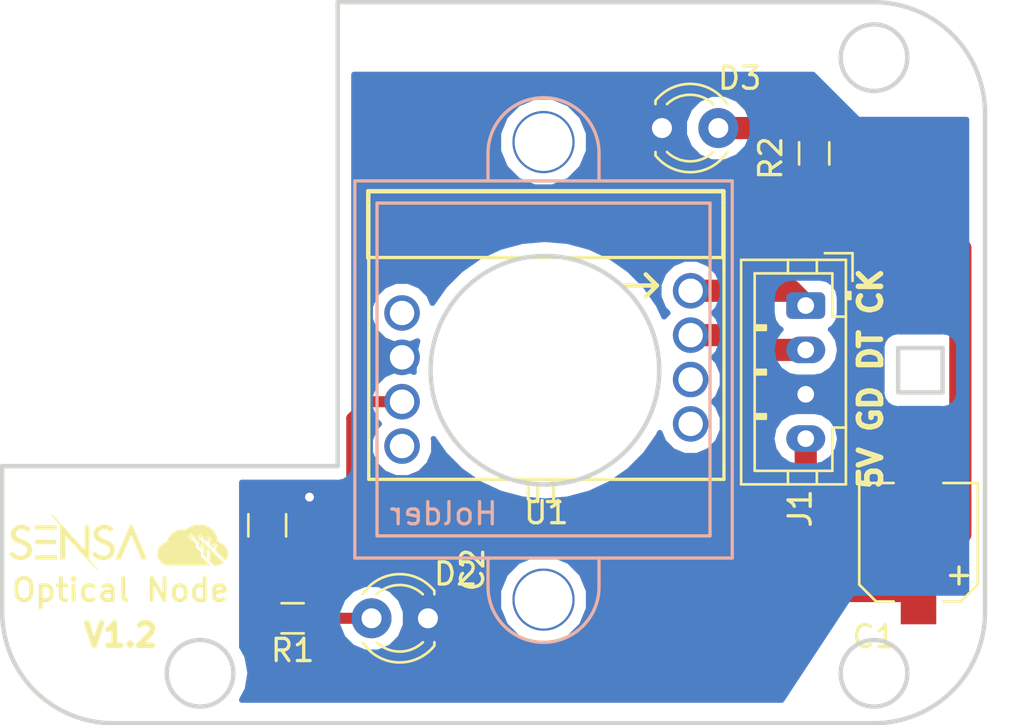
<source format=kicad_pcb>
(kicad_pcb (version 20171130) (host pcbnew "(6.0.0-rc1-dev-1469-gd619da17c)")

  (general
    (thickness 1.6)
    (drawings 30)
    (tracks 38)
    (zones 0)
    (modules 11)
    (nets 11)
  )

  (page A4)
  (layers
    (0 F.Cu signal)
    (31 B.Cu signal)
    (32 B.Adhes user)
    (33 F.Adhes user)
    (34 B.Paste user)
    (35 F.Paste user)
    (36 B.SilkS user)
    (37 F.SilkS user)
    (38 B.Mask user hide)
    (39 F.Mask user)
    (40 Dwgs.User user)
    (41 Cmts.User user)
    (42 Eco1.User user)
    (43 Eco2.User user hide)
    (44 Edge.Cuts user)
    (45 Margin user)
    (46 B.CrtYd user hide)
    (47 F.CrtYd user hide)
    (48 B.Fab user)
    (49 F.Fab user hide)
  )

  (setup
    (last_trace_width 1)
    (user_trace_width 0.5)
    (user_trace_width 0.8)
    (user_trace_width 1)
    (user_trace_width 1.5)
    (trace_clearance 0.2)
    (zone_clearance 0.508)
    (zone_45_only no)
    (trace_min 0.2)
    (via_size 0.6)
    (via_drill 0.4)
    (via_min_size 0.4)
    (via_min_drill 0.3)
    (uvia_size 0.3)
    (uvia_drill 0.1)
    (uvias_allowed no)
    (uvia_min_size 0.2)
    (uvia_min_drill 0.1)
    (edge_width 0.15)
    (segment_width 0.2)
    (pcb_text_width 0.3)
    (pcb_text_size 1.5 1.5)
    (mod_edge_width 0.15)
    (mod_text_size 1 1)
    (mod_text_width 0.15)
    (pad_size 2.8 2.8)
    (pad_drill 2.4)
    (pad_to_mask_clearance 0.2)
    (solder_mask_min_width 0.25)
    (aux_axis_origin 0 0)
    (grid_origin 0 0.5)
    (visible_elements FFFEEF7F)
    (pcbplotparams
      (layerselection 0x00030_80000001)
      (usegerberextensions false)
      (usegerberattributes false)
      (usegerberadvancedattributes false)
      (creategerberjobfile false)
      (excludeedgelayer true)
      (linewidth 0.100000)
      (plotframeref false)
      (viasonmask false)
      (mode 1)
      (useauxorigin false)
      (hpglpennumber 1)
      (hpglpenspeed 20)
      (hpglpendiameter 15.000000)
      (psnegative false)
      (psa4output false)
      (plotreference true)
      (plotvalue true)
      (plotinvisibletext false)
      (padsonsilk false)
      (subtractmaskfromsilk false)
      (outputformat 1)
      (mirror false)
      (drillshape 1)
      (scaleselection 1)
      (outputdirectory ""))
  )

  (net 0 "")
  (net 1 "Net-(D2-Pad2)")
  (net 2 "Net-(D3-Pad2)")
  (net 3 GND)
  (net 4 VCC)
  (net 5 "Net-(J1-Pad1)")
  (net 6 "Net-(J1-Pad2)")
  (net 7 "Net-(U1-Pad8)")
  (net 8 "Net-(U1-Pad5)")
  (net 9 "Net-(U1-Pad1)")
  (net 10 "Net-(U1-Pad2)")

  (net_class Default "This is the default net class."
    (clearance 0.2)
    (trace_width 0.25)
    (via_dia 0.6)
    (via_drill 0.4)
    (uvia_dia 0.3)
    (uvia_drill 0.1)
    (add_net GND)
    (add_net "Net-(D2-Pad2)")
    (add_net "Net-(D3-Pad2)")
    (add_net "Net-(J1-Pad1)")
    (add_net "Net-(J1-Pad2)")
    (add_net "Net-(U1-Pad1)")
    (add_net "Net-(U1-Pad2)")
    (add_net "Net-(U1-Pad5)")
    (add_net "Net-(U1-Pad8)")
    (add_net VCC)
  )

  (module Capacitors_SMD:CP_Elec_5x5.7 (layer F.Cu) (tedit 58AA8AEF) (tstamp 5B7E79B1)
    (at 251.206 80.256 90)
    (descr "SMT capacitor, aluminium electrolytic, 5x5.7")
    (path /5B7D2D3E)
    (attr smd)
    (fp_text reference C1 (at -4.25 -2 180) (layer F.SilkS)
      (effects (font (size 1 1) (thickness 0.15)))
    )
    (fp_text value "25V 10uf" (at 0 -3.92 90) (layer F.Fab)
      (effects (font (size 1 1) (thickness 0.15)))
    )
    (fp_line (start 3.95 2.76) (end -3.95 2.76) (layer F.CrtYd) (width 0.05))
    (fp_line (start 3.95 2.76) (end 3.95 -2.77) (layer F.CrtYd) (width 0.05))
    (fp_line (start -3.95 -2.77) (end -3.95 2.76) (layer F.CrtYd) (width 0.05))
    (fp_line (start -3.95 -2.77) (end 3.95 -2.77) (layer F.CrtYd) (width 0.05))
    (fp_line (start -1.91 2.67) (end 2.67 2.67) (layer F.SilkS) (width 0.12))
    (fp_line (start -2.67 1.91) (end -1.91 2.67) (layer F.SilkS) (width 0.12))
    (fp_line (start -1.91 -2.67) (end -2.67 -1.91) (layer F.SilkS) (width 0.12))
    (fp_line (start 2.67 -2.67) (end -1.91 -2.67) (layer F.SilkS) (width 0.12))
    (fp_line (start -2.67 1.91) (end -2.67 1.12) (layer F.SilkS) (width 0.12))
    (fp_line (start -2.67 -1.91) (end -2.67 -1.12) (layer F.SilkS) (width 0.12))
    (fp_line (start 2.67 -2.67) (end 2.67 -1.12) (layer F.SilkS) (width 0.12))
    (fp_line (start 2.67 2.67) (end 2.67 1.12) (layer F.SilkS) (width 0.12))
    (fp_line (start 2.51 -2.51) (end -1.84 -2.51) (layer F.Fab) (width 0.1))
    (fp_line (start -1.84 -2.51) (end -2.51 -1.84) (layer F.Fab) (width 0.1))
    (fp_line (start -2.51 -1.84) (end -2.51 1.84) (layer F.Fab) (width 0.1))
    (fp_line (start -2.51 1.84) (end -1.84 2.51) (layer F.Fab) (width 0.1))
    (fp_line (start -1.84 2.51) (end 2.51 2.51) (layer F.Fab) (width 0.1))
    (fp_line (start 2.51 2.51) (end 2.51 -2.51) (layer F.Fab) (width 0.1))
    (fp_text user %R (at 0 3.92 90) (layer F.Fab)
      (effects (font (size 1 1) (thickness 0.15)))
    )
    (fp_text user + (at -1.5 1.75 90) (layer F.SilkS)
      (effects (font (size 1 1) (thickness 0.15)))
    )
    (fp_text user + (at -1.4 -0.06 90) (layer F.Fab)
      (effects (font (size 1 1) (thickness 0.15)))
    )
    (fp_circle (center 0 0) (end 0 2.4) (layer F.Fab) (width 0.1))
    (pad 2 smd rect (at 2.2 0 270) (size 3 1.6) (layers F.Cu F.Paste F.Mask)
      (net 3 GND))
    (pad 1 smd rect (at -2.2 0 270) (size 3 1.6) (layers F.Cu F.Paste F.Mask)
      (net 4 VCC))
    (model Capacitors_SMD.3dshapes/CP_Elec_5x5.7.wrl
      (at (xyz 0 0 0))
      (scale (xyz 1 1 1))
      (rotate (xyz 0 0 180))
    )
    (model ${KISYS3DMOD}/Capacitor_SMD.3dshapes/CP_Elec_5x5.7.step
      (at (xyz 0 0 0))
      (scale (xyz 1 1 1))
      (rotate (xyz 0 0 0))
    )
  )

  (module Capacitors_SMD:C_0805_HandSoldering (layer F.Cu) (tedit 58AA84A8) (tstamp 5B7E79C2)
    (at 221.869 79.494 90)
    (descr "Capacitor SMD 0805, hand soldering")
    (tags "capacitor 0805")
    (path /5B7D2E0A)
    (attr smd)
    (fp_text reference C2 (at -2 9.25 90) (layer F.SilkS)
      (effects (font (size 1 1) (thickness 0.15)))
    )
    (fp_text value "25V 10uf" (at 0 1.75 90) (layer F.Fab)
      (effects (font (size 1 1) (thickness 0.15)))
    )
    (fp_line (start 2.25 0.87) (end -2.25 0.87) (layer F.CrtYd) (width 0.05))
    (fp_line (start 2.25 0.87) (end 2.25 -0.88) (layer F.CrtYd) (width 0.05))
    (fp_line (start -2.25 -0.88) (end -2.25 0.87) (layer F.CrtYd) (width 0.05))
    (fp_line (start -2.25 -0.88) (end 2.25 -0.88) (layer F.CrtYd) (width 0.05))
    (fp_line (start -0.5 0.85) (end 0.5 0.85) (layer F.SilkS) (width 0.12))
    (fp_line (start 0.5 -0.85) (end -0.5 -0.85) (layer F.SilkS) (width 0.12))
    (fp_line (start -1 -0.62) (end 1 -0.62) (layer F.Fab) (width 0.1))
    (fp_line (start 1 -0.62) (end 1 0.62) (layer F.Fab) (width 0.1))
    (fp_line (start 1 0.62) (end -1 0.62) (layer F.Fab) (width 0.1))
    (fp_line (start -1 0.62) (end -1 -0.62) (layer F.Fab) (width 0.1))
    (fp_text user %R (at 0 -1.75 90) (layer F.Fab)
      (effects (font (size 1 1) (thickness 0.15)))
    )
    (pad 2 smd rect (at 1.25 0 90) (size 1.5 1.25) (layers F.Cu F.Paste F.Mask)
      (net 3 GND))
    (pad 1 smd rect (at -1.25 0 90) (size 1.5 1.25) (layers F.Cu F.Paste F.Mask)
      (net 4 VCC))
    (model Capacitors_SMD.3dshapes/C_0805.wrl
      (at (xyz 0 0 0))
      (scale (xyz 1 1 1))
      (rotate (xyz 0 0 0))
    )
    (model ${KISYS3DMOD}/Capacitor_SMD.3dshapes/C_0805_2012Metric.step
      (at (xyz 0 0 0))
      (scale (xyz 1 1 1))
      (rotate (xyz 0 0 0))
    )
  )

  (module LEDs:LED_D3.0mm (layer F.Cu) (tedit 587A3A7B) (tstamp 5B7E79ED)
    (at 229.108 83.685 180)
    (descr "LED, diameter 3.0mm, 2 pins")
    (tags "LED diameter 3.0mm 2 pins")
    (path /5B7DE4BF)
    (fp_text reference D2 (at -1.25 2 180) (layer F.SilkS)
      (effects (font (size 1 1) (thickness 0.15)))
    )
    (fp_text value LED (at 1.27 2.96 180) (layer F.Fab)
      (effects (font (size 1 1) (thickness 0.15)))
    )
    (fp_line (start 3.7 -2.25) (end -1.15 -2.25) (layer F.CrtYd) (width 0.05))
    (fp_line (start 3.7 2.25) (end 3.7 -2.25) (layer F.CrtYd) (width 0.05))
    (fp_line (start -1.15 2.25) (end 3.7 2.25) (layer F.CrtYd) (width 0.05))
    (fp_line (start -1.15 -2.25) (end -1.15 2.25) (layer F.CrtYd) (width 0.05))
    (fp_line (start -0.29 1.08) (end -0.29 1.236) (layer F.SilkS) (width 0.12))
    (fp_line (start -0.29 -1.236) (end -0.29 -1.08) (layer F.SilkS) (width 0.12))
    (fp_line (start -0.23 -1.16619) (end -0.23 1.16619) (layer F.Fab) (width 0.1))
    (fp_circle (center 1.27 0) (end 2.77 0) (layer F.Fab) (width 0.1))
    (fp_arc (start 1.27 0) (end 0.229039 1.08) (angle -87.9) (layer F.SilkS) (width 0.12))
    (fp_arc (start 1.27 0) (end 0.229039 -1.08) (angle 87.9) (layer F.SilkS) (width 0.12))
    (fp_arc (start 1.27 0) (end -0.29 1.235516) (angle -108.8) (layer F.SilkS) (width 0.12))
    (fp_arc (start 1.27 0) (end -0.29 -1.235516) (angle 108.8) (layer F.SilkS) (width 0.12))
    (fp_arc (start 1.27 0) (end -0.23 -1.16619) (angle 284.3) (layer F.Fab) (width 0.1))
    (pad 2 thru_hole circle (at 2.54 0 180) (size 1.8 1.8) (drill 0.9) (layers *.Cu *.Mask)
      (net 1 "Net-(D2-Pad2)"))
    (pad 1 thru_hole rect (at 0 0 180) (size 1.8 1.8) (drill 0.9) (layers *.Cu *.Mask)
      (net 3 GND))
  )

  (module LEDs:LED_D3.0mm (layer F.Cu) (tedit 5B7E7E41) (tstamp 5B7E8795)
    (at 239.649 61.587)
    (descr "LED, diameter 3.0mm, 2 pins")
    (tags "LED diameter 3.0mm 2 pins")
    (path /5B7DE537)
    (fp_text reference D3 (at 3.5 -2.25) (layer F.SilkS)
      (effects (font (size 1 1) (thickness 0.15)))
    )
    (fp_text value LED (at 1.27 2.96) (layer F.Fab)
      (effects (font (size 1 1) (thickness 0.15)))
    )
    (fp_arc (start 1.27 0) (end -0.23 -1.16619) (angle 284.3) (layer F.Fab) (width 0.1))
    (fp_arc (start 1.27 0) (end -0.29 -1.235516) (angle 108.8) (layer F.SilkS) (width 0.12))
    (fp_arc (start 1.27 0) (end -0.29 1.235516) (angle -108.8) (layer F.SilkS) (width 0.12))
    (fp_arc (start 1.27 0) (end 0.229039 -1.08) (angle 87.9) (layer F.SilkS) (width 0.12))
    (fp_arc (start 1.27 0) (end 0.229039 1.08) (angle -87.9) (layer F.SilkS) (width 0.12))
    (fp_circle (center 1.27 0) (end 2.77 0) (layer F.Fab) (width 0.1))
    (fp_line (start -0.23 -1.16619) (end -0.23 1.16619) (layer F.Fab) (width 0.1))
    (fp_line (start -0.29 -1.236) (end -0.29 -1.08) (layer F.SilkS) (width 0.12))
    (fp_line (start -0.29 1.08) (end -0.29 1.236) (layer F.SilkS) (width 0.12))
    (fp_line (start -1.15 -2.25) (end -1.15 2.25) (layer F.CrtYd) (width 0.05))
    (fp_line (start -1.15 2.25) (end 3.7 2.25) (layer F.CrtYd) (width 0.05))
    (fp_line (start 3.7 2.25) (end 3.7 -2.25) (layer F.CrtYd) (width 0.05))
    (fp_line (start 3.7 -2.25) (end -1.15 -2.25) (layer F.CrtYd) (width 0.05))
    (pad 1 thru_hole rect (at 0 0) (size 1.8 1.8) (drill 0.9) (layers *.Cu *.Mask)
      (net 3 GND))
    (pad 2 thru_hole circle (at 2.54 0) (size 1.8 1.8) (drill 0.9) (layers *.Cu *.Mask)
      (net 2 "Net-(D3-Pad2)"))
  )

  (module Resistors_SMD:R_0603_HandSoldering (layer F.Cu) (tedit 58E0A804) (tstamp 5B7E7A11)
    (at 223.012 83.685 180)
    (descr "Resistor SMD 0603, hand soldering")
    (tags "resistor 0603")
    (path /5B7DE112)
    (attr smd)
    (fp_text reference R1 (at 0 -1.45 180) (layer F.SilkS)
      (effects (font (size 1 1) (thickness 0.15)))
    )
    (fp_text value 220R (at 0 1.55 180) (layer F.Fab)
      (effects (font (size 1 1) (thickness 0.15)))
    )
    (fp_line (start 1.95 0.7) (end -1.96 0.7) (layer F.CrtYd) (width 0.05))
    (fp_line (start 1.95 0.7) (end 1.95 -0.7) (layer F.CrtYd) (width 0.05))
    (fp_line (start -1.96 -0.7) (end -1.96 0.7) (layer F.CrtYd) (width 0.05))
    (fp_line (start -1.96 -0.7) (end 1.95 -0.7) (layer F.CrtYd) (width 0.05))
    (fp_line (start -0.5 -0.68) (end 0.5 -0.68) (layer F.SilkS) (width 0.12))
    (fp_line (start 0.5 0.68) (end -0.5 0.68) (layer F.SilkS) (width 0.12))
    (fp_line (start -0.8 -0.4) (end 0.8 -0.4) (layer F.Fab) (width 0.1))
    (fp_line (start 0.8 -0.4) (end 0.8 0.4) (layer F.Fab) (width 0.1))
    (fp_line (start 0.8 0.4) (end -0.8 0.4) (layer F.Fab) (width 0.1))
    (fp_line (start -0.8 0.4) (end -0.8 -0.4) (layer F.Fab) (width 0.1))
    (fp_text user %R (at 0 0 180) (layer F.Fab)
      (effects (font (size 0.4 0.4) (thickness 0.075)))
    )
    (pad 2 smd rect (at 1.1 0 180) (size 1.2 0.9) (layers F.Cu F.Paste F.Mask)
      (net 4 VCC))
    (pad 1 smd rect (at -1.1 0 180) (size 1.2 0.9) (layers F.Cu F.Paste F.Mask)
      (net 1 "Net-(D2-Pad2)"))
    (model ${KISYS3DMOD}/Resistors_SMD.3dshapes/R_0603.wrl
      (at (xyz 0 0 0))
      (scale (xyz 1 1 1))
      (rotate (xyz 0 0 0))
    )
    (model ${KISYS3DMOD}/Resistor_SMD.3dshapes/R_0603_1608Metric.step
      (at (xyz 0 0 0))
      (scale (xyz 1 1 1))
      (rotate (xyz 0 0 0))
    )
  )

  (module Resistors_SMD:R_0603_HandSoldering (layer F.Cu) (tedit 58E0A804) (tstamp 5B7E7A22)
    (at 246.507 62.73 270)
    (descr "Resistor SMD 0603, hand soldering")
    (tags "resistor 0603")
    (path /5B7DE296)
    (attr smd)
    (fp_text reference R2 (at 0.214999 1.959999 270) (layer F.SilkS)
      (effects (font (size 1 1) (thickness 0.15)))
    )
    (fp_text value 220R (at 0 1.55 270) (layer F.Fab)
      (effects (font (size 1 1) (thickness 0.15)))
    )
    (fp_text user %R (at 0 0 270) (layer F.Fab)
      (effects (font (size 0.4 0.4) (thickness 0.075)))
    )
    (fp_line (start -0.8 0.4) (end -0.8 -0.4) (layer F.Fab) (width 0.1))
    (fp_line (start 0.8 0.4) (end -0.8 0.4) (layer F.Fab) (width 0.1))
    (fp_line (start 0.8 -0.4) (end 0.8 0.4) (layer F.Fab) (width 0.1))
    (fp_line (start -0.8 -0.4) (end 0.8 -0.4) (layer F.Fab) (width 0.1))
    (fp_line (start 0.5 0.68) (end -0.5 0.68) (layer F.SilkS) (width 0.12))
    (fp_line (start -0.5 -0.68) (end 0.5 -0.68) (layer F.SilkS) (width 0.12))
    (fp_line (start -1.96 -0.7) (end 1.95 -0.7) (layer F.CrtYd) (width 0.05))
    (fp_line (start -1.96 -0.7) (end -1.96 0.7) (layer F.CrtYd) (width 0.05))
    (fp_line (start 1.95 0.7) (end 1.95 -0.7) (layer F.CrtYd) (width 0.05))
    (fp_line (start 1.95 0.7) (end -1.96 0.7) (layer F.CrtYd) (width 0.05))
    (pad 1 smd rect (at -1.1 0 270) (size 1.2 0.9) (layers F.Cu F.Paste F.Mask)
      (net 2 "Net-(D3-Pad2)"))
    (pad 2 smd rect (at 1.1 0 270) (size 1.2 0.9) (layers F.Cu F.Paste F.Mask)
      (net 4 VCC))
    (model ${KISYS3DMOD}/Resistors_SMD.3dshapes/R_0603.wrl
      (at (xyz 0 0 0))
      (scale (xyz 1 1 1))
      (rotate (xyz 0 0 0))
    )
  )

  (module Connector_JST:JST_PH_B4B-PH-K_1x04_P2.00mm_Vertical (layer F.Cu) (tedit 5B7745C2) (tstamp 5C8987FF)
    (at 246.126 69.588 270)
    (descr "JST PH series connector, B4B-PH-K (http://www.jst-mfg.com/product/pdf/eng/ePH.pdf), generated with kicad-footprint-generator")
    (tags "connector JST PH side entry")
    (path /5C896D05)
    (fp_text reference J1 (at 9.144 0.254 270) (layer F.SilkS)
      (effects (font (size 1 1) (thickness 0.15)))
    )
    (fp_text value Conn_01x04 (at 3 4 270) (layer F.Fab)
      (effects (font (size 1 1) (thickness 0.15)))
    )
    (fp_line (start -2.06 -1.81) (end -2.06 2.91) (layer F.SilkS) (width 0.12))
    (fp_line (start -2.06 2.91) (end 8.06 2.91) (layer F.SilkS) (width 0.12))
    (fp_line (start 8.06 2.91) (end 8.06 -1.81) (layer F.SilkS) (width 0.12))
    (fp_line (start 8.06 -1.81) (end -2.06 -1.81) (layer F.SilkS) (width 0.12))
    (fp_line (start -0.3 -1.81) (end -0.3 -2.01) (layer F.SilkS) (width 0.12))
    (fp_line (start -0.3 -2.01) (end -0.6 -2.01) (layer F.SilkS) (width 0.12))
    (fp_line (start -0.6 -2.01) (end -0.6 -1.81) (layer F.SilkS) (width 0.12))
    (fp_line (start -0.3 -1.91) (end -0.6 -1.91) (layer F.SilkS) (width 0.12))
    (fp_line (start 0.5 -1.81) (end 0.5 -1.2) (layer F.SilkS) (width 0.12))
    (fp_line (start 0.5 -1.2) (end -1.45 -1.2) (layer F.SilkS) (width 0.12))
    (fp_line (start -1.45 -1.2) (end -1.45 2.3) (layer F.SilkS) (width 0.12))
    (fp_line (start -1.45 2.3) (end 7.45 2.3) (layer F.SilkS) (width 0.12))
    (fp_line (start 7.45 2.3) (end 7.45 -1.2) (layer F.SilkS) (width 0.12))
    (fp_line (start 7.45 -1.2) (end 5.5 -1.2) (layer F.SilkS) (width 0.12))
    (fp_line (start 5.5 -1.2) (end 5.5 -1.81) (layer F.SilkS) (width 0.12))
    (fp_line (start -2.06 -0.5) (end -1.45 -0.5) (layer F.SilkS) (width 0.12))
    (fp_line (start -2.06 0.8) (end -1.45 0.8) (layer F.SilkS) (width 0.12))
    (fp_line (start 8.06 -0.5) (end 7.45 -0.5) (layer F.SilkS) (width 0.12))
    (fp_line (start 8.06 0.8) (end 7.45 0.8) (layer F.SilkS) (width 0.12))
    (fp_line (start 0.9 2.3) (end 0.9 1.8) (layer F.SilkS) (width 0.12))
    (fp_line (start 0.9 1.8) (end 1.1 1.8) (layer F.SilkS) (width 0.12))
    (fp_line (start 1.1 1.8) (end 1.1 2.3) (layer F.SilkS) (width 0.12))
    (fp_line (start 1 2.3) (end 1 1.8) (layer F.SilkS) (width 0.12))
    (fp_line (start 2.9 2.3) (end 2.9 1.8) (layer F.SilkS) (width 0.12))
    (fp_line (start 2.9 1.8) (end 3.1 1.8) (layer F.SilkS) (width 0.12))
    (fp_line (start 3.1 1.8) (end 3.1 2.3) (layer F.SilkS) (width 0.12))
    (fp_line (start 3 2.3) (end 3 1.8) (layer F.SilkS) (width 0.12))
    (fp_line (start 4.9 2.3) (end 4.9 1.8) (layer F.SilkS) (width 0.12))
    (fp_line (start 4.9 1.8) (end 5.1 1.8) (layer F.SilkS) (width 0.12))
    (fp_line (start 5.1 1.8) (end 5.1 2.3) (layer F.SilkS) (width 0.12))
    (fp_line (start 5 2.3) (end 5 1.8) (layer F.SilkS) (width 0.12))
    (fp_line (start -1.11 -2.11) (end -2.36 -2.11) (layer F.SilkS) (width 0.12))
    (fp_line (start -2.36 -2.11) (end -2.36 -0.86) (layer F.SilkS) (width 0.12))
    (fp_line (start -1.11 -2.11) (end -2.36 -2.11) (layer F.Fab) (width 0.1))
    (fp_line (start -2.36 -2.11) (end -2.36 -0.86) (layer F.Fab) (width 0.1))
    (fp_line (start -1.95 -1.7) (end -1.95 2.8) (layer F.Fab) (width 0.1))
    (fp_line (start -1.95 2.8) (end 7.95 2.8) (layer F.Fab) (width 0.1))
    (fp_line (start 7.95 2.8) (end 7.95 -1.7) (layer F.Fab) (width 0.1))
    (fp_line (start 7.95 -1.7) (end -1.95 -1.7) (layer F.Fab) (width 0.1))
    (fp_line (start -2.45 -2.2) (end -2.45 3.3) (layer F.CrtYd) (width 0.05))
    (fp_line (start -2.45 3.3) (end 8.45 3.3) (layer F.CrtYd) (width 0.05))
    (fp_line (start 8.45 3.3) (end 8.45 -2.2) (layer F.CrtYd) (width 0.05))
    (fp_line (start 8.45 -2.2) (end -2.45 -2.2) (layer F.CrtYd) (width 0.05))
    (fp_text user %R (at 3 1.5 270) (layer F.Fab)
      (effects (font (size 1 1) (thickness 0.15)))
    )
    (pad 1 thru_hole roundrect (at 0 0 270) (size 1.2 1.75) (drill 0.75) (layers *.Cu *.Mask) (roundrect_rratio 0.208333)
      (net 5 "Net-(J1-Pad1)"))
    (pad 2 thru_hole oval (at 2 0 270) (size 1.2 1.75) (drill 0.75) (layers *.Cu *.Mask)
      (net 6 "Net-(J1-Pad2)"))
    (pad 3 thru_hole oval (at 4 0 270) (size 1.2 1.75) (drill 0.75) (layers *.Cu *.Mask)
      (net 3 GND))
    (pad 4 thru_hole oval (at 6 0 270) (size 1.2 1.75) (drill 0.75) (layers *.Cu *.Mask)
      (net 4 VCC))
    (model ${KISYS3DMOD}/Connector_JST.3dshapes/JST_PH_B4B-PH-K_1x04_P2.00mm_Vertical.wrl
      (at (xyz 0 0 0))
      (scale (xyz 1 1 1))
      (rotate (xyz 0 0 0))
    )
  )

  (module pcb_v1:Holder (layer F.Cu) (tedit 5B7C5DC2) (tstamp 5C898835)
    (at 234.315 69.969)
    (path /5C895DAC)
    (fp_text reference u1 (at 0 8) (layer F.SilkS)
      (effects (font (size 1 1) (thickness 0.15)))
    )
    (fp_text value Holder (at -4.5 9) (layer B.SilkS)
      (effects (font (size 1 1) (thickness 0.15)) (justify mirror))
    )
    (fp_arc (start 0 12.3) (end 2.5 12.3) (angle 90) (layer B.SilkS) (width 0.15))
    (fp_arc (start 0 12.3) (end 0 14.8) (angle 90) (layer B.SilkS) (width 0.15))
    (fp_arc (start 0 -7.25) (end -2.5 -7.25) (angle 90) (layer B.SilkS) (width 0.15))
    (fp_arc (start 0 -7.25) (end 0 -9.75) (angle 90) (layer B.SilkS) (width 0.15))
    (fp_line (start -7.5 -5) (end 7.5 -5) (layer B.SilkS) (width 0.15))
    (fp_line (start 7.5 -5) (end 7.5 10) (layer B.SilkS) (width 0.15))
    (fp_line (start 7.5 10) (end -7.5 10) (layer B.SilkS) (width 0.15))
    (fp_line (start -7.5 10) (end -7.5 -5) (layer B.SilkS) (width 0.15))
    (fp_line (start 8.5 11) (end 8.5 -6) (layer B.SilkS) (width 0.15))
    (fp_line (start 8.5 -6) (end -8.5 -6) (layer B.SilkS) (width 0.15))
    (fp_line (start -8.5 -6) (end -8.5 11) (layer B.SilkS) (width 0.15))
    (fp_line (start -8.5 11) (end 8.5 11) (layer B.SilkS) (width 0.15))
    (fp_line (start 2.5 11) (end 2.5 12) (layer B.SilkS) (width 0.15))
    (fp_line (start -2.5 11) (end -2.5 12) (layer B.SilkS) (width 0.15))
    (fp_line (start 2.5 -6) (end 2.5 -7) (layer B.SilkS) (width 0.15))
    (fp_line (start -2.5 -6) (end -2.5 -7) (layer B.SilkS) (width 0.15))
    (fp_line (start 2.5 12.25) (end 2.5 12) (layer B.SilkS) (width 0.15))
    (fp_line (start -2.5 12.25) (end -2.5 12) (layer B.SilkS) (width 0.15))
    (fp_line (start -2.5 -7.25) (end -2.5 -7) (layer B.SilkS) (width 0.15))
    (fp_line (start 2.5 -7.25) (end 2.5 -7) (layer B.SilkS) (width 0.15))
    (pad 1 thru_hole circle (at 0 12.875) (size 2.8 2.8) (drill 2.6) (layers *.Cu *.Mask))
    (pad 2 thru_hole circle (at 0 -7.75) (size 2.8 2.8) (drill 2.6) (layers *.Cu *.Mask))
  )

  (module pcb_v1:ADNS-2610 (layer F.Cu) (tedit 5B030687) (tstamp 5C898849)
    (at 234.442 74.922)
    (path /5C894BF3)
    (fp_text reference U1 (at 0 4) (layer F.SilkS)
      (effects (font (size 1 1) (thickness 0.15)))
    )
    (fp_text value ADNS-2610 (at 0 1) (layer F.Fab)
      (effects (font (size 1 1) (thickness 0.15)))
    )
    (fp_line (start 8 2) (end 8 2.5) (layer F.SilkS) (width 0.15))
    (fp_line (start 8 2.5) (end -8 2.5) (layer F.SilkS) (width 0.15))
    (fp_line (start -8 2.5) (end -8 2) (layer F.SilkS) (width 0.15))
    (fp_line (start 8 -7) (end 8 -7.5) (layer F.SilkS) (width 0.15))
    (fp_line (start 8 -7.5) (end -8 -7.5) (layer F.SilkS) (width 0.15))
    (fp_line (start -8 -7.5) (end -8 -7) (layer F.SilkS) (width 0.15))
    (fp_line (start -8 2) (end -8 -7) (layer F.SilkS) (width 0.15))
    (fp_line (start 8 -7) (end 8 2) (layer F.SilkS) (width 0.15))
    (pad 8 thru_hole circle (at -6.5 1) (size 1.6 1.6) (drill 1.1) (layers *.Cu *.Mask)
      (net 7 "Net-(U1-Pad8)"))
    (pad 7 thru_hole circle (at -6.5 -1) (size 1.6 1.6) (drill 1.1) (layers *.Cu *.Mask)
      (net 4 VCC))
    (pad 6 thru_hole circle (at -6.5 -3) (size 1.6 1.6) (drill 1.1) (layers *.Cu *.Mask)
      (net 3 GND))
    (pad 5 thru_hole circle (at -6.5 -5) (size 1.6 1.6) (drill 1.1) (layers *.Cu *.Mask)
      (net 8 "Net-(U1-Pad5)"))
    (pad 1 thru_hole circle (at 6.5 0) (size 1.6 1.6) (drill 1.1) (layers *.Cu *.Mask)
      (net 9 "Net-(U1-Pad1)"))
    (pad 2 thru_hole circle (at 6.5 -2) (size 1.6 1.6) (drill 1.1) (layers *.Cu *.Mask)
      (net 10 "Net-(U1-Pad2)"))
    (pad 3 thru_hole circle (at 6.5 -4) (size 1.6 1.6) (drill 1.1) (layers *.Cu *.Mask)
      (net 6 "Net-(J1-Pad2)"))
    (pad 4 thru_hole circle (at 6.5 -6) (size 1.6 1.6) (drill 1.1) (layers *.Cu *.Mask)
      (net 5 "Net-(J1-Pad1)"))
  )

  (module logos:SENSA_6x3 (layer F.Cu) (tedit 0) (tstamp 5C898CFD)
    (at 213.233 80.256)
    (fp_text reference G*** (at 0 0) (layer F.SilkS) hide
      (effects (font (size 1.524 1.524) (thickness 0.3)))
    )
    (fp_text value LOGO (at 0.75 0) (layer F.SilkS) hide
      (effects (font (size 1.524 1.524) (thickness 0.3)))
    )
    (fp_poly (pts (xy -0.854326 -0.745163) (xy -0.849851 -0.739674) (xy -0.846776 -0.73315) (xy -0.844842 -0.723698)
      (xy -0.843788 -0.709428) (xy -0.843355 -0.688449) (xy -0.84328 -0.664769) (xy -0.843376 -0.637002)
      (xy -0.843845 -0.617527) (xy -0.844965 -0.604471) (xy -0.84701 -0.595968) (xy -0.850257 -0.590147)
      (xy -0.854982 -0.585138) (xy -0.855038 -0.585086) (xy -0.866795 -0.574041) (xy -1.326527 -0.57404)
      (xy -1.78626 -0.57404) (xy -1.79991 -0.588288) (xy -1.805601 -0.594642) (xy -1.80944 -0.601007)
      (xy -1.811792 -0.609445) (xy -1.813019 -0.622014) (xy -1.813487 -0.640774) (xy -1.81356 -0.66548)
      (xy -1.813471 -0.691817) (xy -1.81296 -0.710054) (xy -1.811662 -0.72225) (xy -1.809214 -0.730466)
      (xy -1.805251 -0.73676) (xy -1.79991 -0.742673) (xy -1.78626 -0.75692) (xy -0.865372 -0.75692)
      (xy -0.854326 -0.745163)) (layer F.SilkS) (width 0.01))
    (fp_poly (pts (xy -0.893088 -0.08795) (xy -0.887303 -0.082117) (xy -0.883343 -0.076374) (xy -0.880864 -0.068768)
      (xy -0.879518 -0.057346) (xy -0.878959 -0.040155) (xy -0.878842 -0.015243) (xy -0.87884 -0.00762)
      (xy -0.878902 0.019515) (xy -0.879319 0.038444) (xy -0.880437 0.051119) (xy -0.882602 0.059491)
      (xy -0.886161 0.065515) (xy -0.89146 0.071143) (xy -0.893088 0.072709) (xy -0.907336 0.08636)
      (xy -1.781087 0.08636) (xy -1.797324 0.069608) (xy -1.81356 0.052856) (xy -1.81356 -0.008743)
      (xy -1.813446 -0.034884) (xy -1.812859 -0.05301) (xy -1.811435 -0.065264) (xy -1.808807 -0.073792)
      (xy -1.804612 -0.080738) (xy -1.800409 -0.085971) (xy -1.787257 -0.1016) (xy -0.907336 -0.1016)
      (xy -0.893088 -0.08795)) (layer F.SilkS) (width 0.01))
    (fp_poly (pts (xy 2.511479 -0.811763) (xy 2.536913 -0.81026) (xy 2.86693 -0.035905) (xy 3.196948 0.738451)
      (xy 3.187238 0.756575) (xy 3.177529 0.7747) (xy 3.081014 0.776052) (xy 2.9845 0.777405)
      (xy 2.748624 0.213351) (xy 2.718547 0.141532) (xy 2.68952 0.072427) (xy 2.661786 0.006602)
      (xy 2.635587 -0.055374) (xy 2.611167 -0.112935) (xy 2.588767 -0.165513) (xy 2.568632 -0.212541)
      (xy 2.551003 -0.253452) (xy 2.536123 -0.287677) (xy 2.524236 -0.314651) (xy 2.515583 -0.333805)
      (xy 2.510408 -0.344572) (xy 2.508954 -0.346801) (xy 2.506528 -0.341709) (xy 2.500402 -0.327834)
      (xy 2.490823 -0.305755) (xy 2.478038 -0.27605) (xy 2.462294 -0.239299) (xy 2.443836 -0.19608)
      (xy 2.422913 -0.146973) (xy 2.39977 -0.092557) (xy 2.374655 -0.03341) (xy 2.347814 0.029889)
      (xy 2.319494 0.09676) (xy 2.289942 0.166625) (xy 2.26912 0.2159) (xy 2.033081 0.7747)
      (xy 1.93729 0.775988) (xy 1.8415 0.777276) (xy 1.818362 0.741398) (xy 2.152203 -0.035933)
      (xy 2.486044 -0.813265) (xy 2.511479 -0.811763)) (layer F.SilkS) (width 0.01))
    (fp_poly (pts (xy -0.854326 0.606117) (xy -0.849851 0.611606) (xy -0.846776 0.61813) (xy -0.844842 0.627582)
      (xy -0.843788 0.641852) (xy -0.843355 0.662831) (xy -0.84328 0.686511) (xy -0.843376 0.714278)
      (xy -0.843845 0.733753) (xy -0.844965 0.746809) (xy -0.84701 0.755312) (xy -0.850257 0.761133)
      (xy -0.854982 0.766142) (xy -0.855038 0.766194) (xy -0.866795 0.77724) (xy -1.81356 0.77724)
      (xy -1.81356 0.700047) (xy -1.813512 0.670517) (xy -1.813189 0.649361) (xy -1.812325 0.634796)
      (xy -1.810654 0.625037) (xy -1.807909 0.6183) (xy -1.803824 0.612798) (xy -1.79991 0.608607)
      (xy -1.78626 0.59436) (xy -0.865372 0.59436) (xy -0.854326 0.606117)) (layer F.SilkS) (width 0.01))
    (fp_poly (pts (xy 1.30955 -0.778086) (xy 1.351633 -0.775866) (xy 1.391527 -0.772004) (xy 1.425824 -0.766702)
      (xy 1.434996 -0.764749) (xy 1.484143 -0.750118) (xy 1.53537 -0.729026) (xy 1.584652 -0.703137)
      (xy 1.586093 -0.702283) (xy 1.605676 -0.689896) (xy 1.626976 -0.675218) (xy 1.648339 -0.659542)
      (xy 1.66811 -0.644159) (xy 1.684638 -0.630362) (xy 1.696267 -0.619444) (xy 1.701345 -0.612695)
      (xy 1.701439 -0.61214) (xy 1.698298 -0.606755) (xy 1.689573 -0.595142) (xy 1.676384 -0.578709)
      (xy 1.659851 -0.558863) (xy 1.647868 -0.54483) (xy 1.627688 -0.521565) (xy 1.61276 -0.50495)
      (xy 1.601784 -0.49387) (xy 1.593458 -0.487212) (xy 1.586481 -0.483862) (xy 1.579552 -0.482705)
      (xy 1.575186 -0.4826) (xy 1.563218 -0.483999) (xy 1.550978 -0.489088) (xy 1.535806 -0.499206)
      (xy 1.524142 -0.508284) (xy 1.475089 -0.542125) (xy 1.423549 -0.566582) (xy 1.368449 -0.582023)
      (xy 1.308717 -0.588814) (xy 1.288237 -0.58922) (xy 1.236727 -0.586454) (xy 1.192458 -0.577934)
      (xy 1.153969 -0.563147) (xy 1.119798 -0.541582) (xy 1.098108 -0.522615) (xy 1.068263 -0.487255)
      (xy 1.047393 -0.449151) (xy 1.035507 -0.409428) (xy 1.032618 -0.36921) (xy 1.038738 -0.32962)
      (xy 1.053876 -0.291784) (xy 1.078046 -0.256824) (xy 1.095216 -0.239209) (xy 1.109301 -0.226989)
      (xy 1.124061 -0.21578) (xy 1.140684 -0.204977) (xy 1.160362 -0.193973) (xy 1.184285 -0.18216)
      (xy 1.213644 -0.168933) (xy 1.249629 -0.153684) (xy 1.293431 -0.135808) (xy 1.31572 -0.126861)
      (xy 1.386908 -0.097652) (xy 1.44907 -0.070422) (xy 1.503014 -0.044606) (xy 1.54955 -0.01964)
      (xy 1.589487 0.005043) (xy 1.623634 0.030005) (xy 1.652802 0.055812) (xy 1.677798 0.083029)
      (xy 1.699434 0.11222) (xy 1.718517 0.143951) (xy 1.726894 0.16002) (xy 1.741439 0.191675)
      (xy 1.751925 0.221346) (xy 1.758904 0.251745) (xy 1.762928 0.285581) (xy 1.764549 0.325566)
      (xy 1.764644 0.34544) (xy 1.764339 0.376344) (xy 1.763422 0.399869) (xy 1.761571 0.41879)
      (xy 1.758461 0.435884) (xy 1.753768 0.453927) (xy 1.750827 0.463841) (xy 1.726336 0.527688)
      (xy 1.693609 0.585904) (xy 1.65314 0.638053) (xy 1.605423 0.683703) (xy 1.550954 0.722416)
      (xy 1.490225 0.75376) (xy 1.423731 0.777299) (xy 1.383256 0.787095) (xy 1.344679 0.792876)
      (xy 1.299771 0.796243) (xy 1.252077 0.797158) (xy 1.205144 0.79558) (xy 1.162518 0.791471)
      (xy 1.15062 0.789659) (xy 1.090658 0.776473) (xy 1.030501 0.757556) (xy 0.972689 0.733947)
      (xy 0.919761 0.706687) (xy 0.874255 0.676818) (xy 0.872948 0.675829) (xy 0.859033 0.664379)
      (xy 0.841836 0.648917) (xy 0.822705 0.630814) (xy 0.802989 0.611438) (xy 0.784035 0.59216)
      (xy 0.76719 0.574351) (xy 0.753803 0.559379) (xy 0.745221 0.548615) (xy 0.742759 0.543497)
      (xy 0.746962 0.539144) (xy 0.757669 0.529471) (xy 0.773555 0.515636) (xy 0.793296 0.498796)
      (xy 0.809256 0.485375) (xy 0.833247 0.465401) (xy 0.850914 0.451109) (xy 0.863701 0.44163)
      (xy 0.87305 0.436097) (xy 0.880406 0.43364) (xy 0.887211 0.43339) (xy 0.894061 0.434336)
      (xy 0.908569 0.438828) (xy 0.921482 0.448294) (xy 0.932725 0.460737) (xy 0.958097 0.487209)
      (xy 0.990679 0.514336) (xy 1.027857 0.540186) (xy 1.067017 0.562826) (xy 1.078799 0.568721)
      (xy 1.117152 0.585967) (xy 1.151142 0.598099) (xy 1.184249 0.605913) (xy 1.219958 0.610204)
      (xy 1.26175 0.611768) (xy 1.26746 0.611811) (xy 1.297025 0.611684) (xy 1.319321 0.610744)
      (xy 1.337224 0.60866) (xy 1.353612 0.6051) (xy 1.370724 0.599946) (xy 1.420284 0.578862)
      (xy 1.463011 0.550542) (xy 1.498471 0.515458) (xy 1.52623 0.474083) (xy 1.545855 0.426893)
      (xy 1.552471 0.40132) (xy 1.558373 0.352639) (xy 1.554738 0.307413) (xy 1.5415 0.265419)
      (xy 1.518595 0.226438) (xy 1.491765 0.195791) (xy 1.476267 0.181804) (xy 1.45858 0.168416)
      (xy 1.437672 0.155106) (xy 1.412514 0.141355) (xy 1.382076 0.126642) (xy 1.345329 0.11045)
      (xy 1.301241 0.092257) (xy 1.248784 0.071546) (xy 1.23444 0.06599) (xy 1.182714 0.045774)
      (xy 1.139311 0.02822) (xy 1.102928 0.012734) (xy 1.072264 -0.001279) (xy 1.046016 -0.014415)
      (xy 1.022884 -0.027268) (xy 1.001565 -0.040433) (xy 1.001439 -0.040515) (xy 0.953159 -0.077217)
      (xy 0.911101 -0.120149) (xy 0.876205 -0.16799) (xy 0.849414 -0.219418) (xy 0.83167 -0.273109)
      (xy 0.829812 -0.281447) (xy 0.825084 -0.31365) (xy 0.822765 -0.350883) (xy 0.822834 -0.389551)
      (xy 0.825265 -0.426058) (xy 0.830037 -0.456812) (xy 0.830962 -0.460741) (xy 0.850483 -0.518636)
      (xy 0.878722 -0.572276) (xy 0.914917 -0.621061) (xy 0.958309 -0.664392) (xy 1.008134 -0.70167)
      (xy 1.063632 -0.732294) (xy 1.124043 -0.755667) (xy 1.188603 -0.771189) (xy 1.232465 -0.776787)
      (xy 1.268691 -0.778461) (xy 1.30955 -0.778086)) (layer F.SilkS) (width 0.01))
    (fp_poly (pts (xy -2.41917 -0.778086) (xy -2.377087 -0.775866) (xy -2.337193 -0.772004) (xy -2.302896 -0.766702)
      (xy -2.293724 -0.764749) (xy -2.244577 -0.750118) (xy -2.19335 -0.729026) (xy -2.144068 -0.703137)
      (xy -2.142627 -0.702283) (xy -2.123044 -0.689896) (xy -2.101744 -0.675218) (xy -2.080381 -0.659542)
      (xy -2.06061 -0.644159) (xy -2.044082 -0.630362) (xy -2.032453 -0.619444) (xy -2.027375 -0.612695)
      (xy -2.027281 -0.61214) (xy -2.030422 -0.606755) (xy -2.039147 -0.595142) (xy -2.052336 -0.578709)
      (xy -2.068869 -0.558863) (xy -2.080852 -0.54483) (xy -2.101032 -0.521565) (xy -2.11596 -0.50495)
      (xy -2.126936 -0.49387) (xy -2.135262 -0.487212) (xy -2.142239 -0.483862) (xy -2.149168 -0.482705)
      (xy -2.153534 -0.4826) (xy -2.165502 -0.483999) (xy -2.177742 -0.489088) (xy -2.192914 -0.499206)
      (xy -2.204578 -0.508284) (xy -2.253631 -0.542125) (xy -2.305171 -0.566582) (xy -2.360271 -0.582023)
      (xy -2.420003 -0.588814) (xy -2.440483 -0.58922) (xy -2.491993 -0.586454) (xy -2.536262 -0.577934)
      (xy -2.574751 -0.563147) (xy -2.608922 -0.541582) (xy -2.630612 -0.522615) (xy -2.660457 -0.487255)
      (xy -2.681327 -0.449151) (xy -2.693213 -0.409428) (xy -2.696102 -0.36921) (xy -2.689982 -0.32962)
      (xy -2.674844 -0.291784) (xy -2.650674 -0.256824) (xy -2.633504 -0.239209) (xy -2.619419 -0.226989)
      (xy -2.604659 -0.21578) (xy -2.588036 -0.204977) (xy -2.568358 -0.193973) (xy -2.544435 -0.18216)
      (xy -2.515076 -0.168933) (xy -2.479091 -0.153684) (xy -2.435289 -0.135808) (xy -2.413 -0.126861)
      (xy -2.341812 -0.097652) (xy -2.27965 -0.070422) (xy -2.225706 -0.044606) (xy -2.17917 -0.01964)
      (xy -2.139233 0.005043) (xy -2.105086 0.030005) (xy -2.075918 0.055812) (xy -2.050922 0.083029)
      (xy -2.029286 0.11222) (xy -2.010203 0.143951) (xy -2.001826 0.16002) (xy -1.987281 0.191675)
      (xy -1.976795 0.221346) (xy -1.969816 0.251745) (xy -1.965792 0.285581) (xy -1.964171 0.325566)
      (xy -1.964076 0.34544) (xy -1.964381 0.376344) (xy -1.965298 0.399869) (xy -1.967149 0.41879)
      (xy -1.970259 0.435884) (xy -1.974952 0.453927) (xy -1.977893 0.463841) (xy -2.002384 0.527688)
      (xy -2.035111 0.585904) (xy -2.07558 0.638053) (xy -2.123297 0.683703) (xy -2.177766 0.722416)
      (xy -2.238495 0.75376) (xy -2.304989 0.777299) (xy -2.345464 0.787095) (xy -2.384041 0.792876)
      (xy -2.428949 0.796243) (xy -2.476643 0.797158) (xy -2.523576 0.79558) (xy -2.566202 0.791471)
      (xy -2.5781 0.789659) (xy -2.638062 0.776473) (xy -2.698219 0.757556) (xy -2.756031 0.733947)
      (xy -2.808959 0.706687) (xy -2.854465 0.676818) (xy -2.855772 0.675829) (xy -2.869687 0.664379)
      (xy -2.886884 0.648917) (xy -2.906015 0.630814) (xy -2.925731 0.611438) (xy -2.944685 0.59216)
      (xy -2.96153 0.574351) (xy -2.974917 0.559379) (xy -2.983499 0.548615) (xy -2.985961 0.543497)
      (xy -2.981758 0.539144) (xy -2.971051 0.529471) (xy -2.955165 0.515636) (xy -2.935424 0.498796)
      (xy -2.919464 0.485375) (xy -2.895473 0.465401) (xy -2.877806 0.451109) (xy -2.865019 0.44163)
      (xy -2.85567 0.436097) (xy -2.848314 0.43364) (xy -2.841509 0.43339) (xy -2.834659 0.434336)
      (xy -2.820151 0.438828) (xy -2.807238 0.448294) (xy -2.795995 0.460737) (xy -2.770623 0.487209)
      (xy -2.738041 0.514336) (xy -2.700863 0.540186) (xy -2.661703 0.562826) (xy -2.649921 0.568721)
      (xy -2.611568 0.585967) (xy -2.577578 0.598099) (xy -2.544471 0.605913) (xy -2.508762 0.610204)
      (xy -2.46697 0.611768) (xy -2.46126 0.611811) (xy -2.431695 0.611684) (xy -2.409399 0.610744)
      (xy -2.391496 0.60866) (xy -2.375108 0.6051) (xy -2.357996 0.599946) (xy -2.308436 0.578862)
      (xy -2.265709 0.550542) (xy -2.230249 0.515458) (xy -2.20249 0.474083) (xy -2.182865 0.426893)
      (xy -2.176249 0.40132) (xy -2.170347 0.352639) (xy -2.173982 0.307413) (xy -2.18722 0.265419)
      (xy -2.210125 0.226438) (xy -2.236955 0.195791) (xy -2.252453 0.181804) (xy -2.27014 0.168416)
      (xy -2.291048 0.155106) (xy -2.316206 0.141355) (xy -2.346644 0.126642) (xy -2.383391 0.11045)
      (xy -2.427479 0.092257) (xy -2.479936 0.071546) (xy -2.49428 0.06599) (xy -2.546006 0.045774)
      (xy -2.589409 0.02822) (xy -2.625792 0.012734) (xy -2.656456 -0.001279) (xy -2.682704 -0.014415)
      (xy -2.705836 -0.027268) (xy -2.727155 -0.040433) (xy -2.727281 -0.040515) (xy -2.775561 -0.077217)
      (xy -2.817619 -0.120149) (xy -2.852515 -0.16799) (xy -2.879306 -0.219418) (xy -2.89705 -0.273109)
      (xy -2.898908 -0.281447) (xy -2.903636 -0.31365) (xy -2.905955 -0.350883) (xy -2.905886 -0.389551)
      (xy -2.903455 -0.426058) (xy -2.898683 -0.456812) (xy -2.897758 -0.460741) (xy -2.878237 -0.518636)
      (xy -2.849998 -0.572276) (xy -2.813803 -0.621061) (xy -2.770411 -0.664392) (xy -2.720586 -0.70167)
      (xy -2.665088 -0.732294) (xy -2.604677 -0.755667) (xy -2.540117 -0.771189) (xy -2.496255 -0.776787)
      (xy -2.460029 -0.778461) (xy -2.41917 -0.778086)) (layer F.SilkS) (width 0.01))
    (fp_poly (pts (xy -0.703103 -0.877899) (xy -0.64791 -0.817301) (xy -0.588452 -0.752057) (xy -0.525941 -0.683491)
      (xy -0.461585 -0.612931) (xy -0.396597 -0.541701) (xy -0.332185 -0.47113) (xy -0.269559 -0.402541)
      (xy -0.209931 -0.337262) (xy -0.154509 -0.276619) (xy -0.104505 -0.221937) (xy -0.09652 -0.213209)
      (xy -0.049842 -0.162186) (xy -0.002728 -0.110677) (xy 0.044018 -0.059563) (xy 0.08959 -0.009722)
      (xy 0.133185 0.037964) (xy 0.173999 0.082618) (xy 0.211227 0.123358) (xy 0.244065 0.159305)
      (xy 0.271709 0.189579) (xy 0.293355 0.2133) (xy 0.29464 0.214709) (xy 0.321367 0.243904)
      (xy 0.345963 0.270551) (xy 0.367581 0.293753) (xy 0.385379 0.312612) (xy 0.398511 0.326229)
      (xy 0.406132 0.333708) (xy 0.40767 0.334879) (xy 0.408188 0.329964) (xy 0.408685 0.315552)
      (xy 0.409157 0.292304) (xy 0.409599 0.260882) (xy 0.410006 0.221948) (xy 0.410373 0.176165)
      (xy 0.410696 0.124193) (xy 0.41097 0.066696) (xy 0.41119 0.004335) (xy 0.411351 -0.062227)
      (xy 0.411449 -0.132329) (xy 0.41148 -0.199775) (xy 0.41148 -0.734829) (xy 0.423237 -0.745875)
      (xy 0.428246 -0.750026) (xy 0.434154 -0.752984) (xy 0.44265 -0.754951) (xy 0.455427 -0.756126)
      (xy 0.474177 -0.756711) (xy 0.50059 -0.756906) (xy 0.516331 -0.756921) (xy 0.546853 -0.756857)
      (xy 0.56889 -0.756524) (xy 0.584116 -0.755708) (xy 0.594205 -0.754197) (xy 0.600832 -0.751776)
      (xy 0.605671 -0.748234) (xy 0.608714 -0.745163) (xy 0.61976 -0.733406) (xy 0.619974 0.78486)
      (xy 0.823511 1.008312) (xy 0.860221 1.048636) (xy 0.894884 1.086749) (xy 0.926894 1.121985)
      (xy 0.955649 1.153678) (xy 0.980544 1.181161) (xy 1.000976 1.203769) (xy 1.016341 1.220833)
      (xy 1.026036 1.231689) (xy 1.029443 1.235642) (xy 1.025937 1.237441) (xy 1.014502 1.238797)
      (xy 0.997367 1.23948) (xy 0.991649 1.23952) (xy 0.951458 1.23952) (xy 0.755782 1.02489)
      (xy 0.72156 0.987369) (xy 0.68465 0.946929) (xy 0.644774 0.903269) (xy 0.601653 0.856083)
      (xy 0.555009 0.805067) (xy 0.504565 0.749919) (xy 0.450042 0.690335) (xy 0.391162 0.62601)
      (xy 0.327648 0.556642) (xy 0.259221 0.481926) (xy 0.185603 0.401558) (xy 0.106517 0.315236)
      (xy 0.021683 0.222656) (xy -0.069175 0.123513) (xy -0.166336 0.017504) (xy -0.270078 -0.095675)
      (xy -0.27432 -0.100303) (xy -0.4699 -0.313664) (xy -0.471194 0.217564) (xy -0.472488 0.748793)
      (xy -0.486114 0.763016) (xy -0.499741 0.77724) (xy -0.578523 0.77724) (xy -0.608395 0.777194)
      (xy -0.629867 0.776886) (xy -0.644699 0.776056) (xy -0.654652 0.774447) (xy -0.661486 0.771801)
      (xy -0.66696 0.767858) (xy -0.671553 0.763589) (xy -0.6858 0.749939) (xy -0.686049 -0.009841)
      (xy -0.686298 -0.76962) (xy -0.876769 -0.9779) (xy -0.912999 -1.017547) (xy -0.947718 -1.055596)
      (xy -0.980216 -1.091266) (xy -1.009785 -1.123777) (xy -1.035716 -1.152348) (xy -1.057301 -1.1762)
      (xy -1.073831 -1.194552) (xy -1.084598 -1.206623) (xy -1.087814 -1.21031) (xy -1.108387 -1.23444)
      (xy -1.027746 -1.23444) (xy -0.703103 -0.877899)) (layer F.SilkS) (width 0.01))
  )

  (module logos:AISLER_3x2 (layer F.Cu) (tedit 0) (tstamp 5C898E26)
    (at 218.567 80.383)
    (fp_text reference G*** (at 0 0) (layer F.SilkS) hide
      (effects (font (size 1.524 1.524) (thickness 0.3)))
    )
    (fp_text value LOGO (at 0.75 0) (layer F.SilkS) hide
      (effects (font (size 1.524 1.524) (thickness 0.3)))
    )
    (fp_poly (pts (xy -0.09367 -0.419584) (xy -0.073812 -0.397936) (xy -0.067734 -0.363781) (xy -0.076028 -0.333809)
      (xy -0.096996 -0.31323) (xy -0.124766 -0.303997) (xy -0.153466 -0.308063) (xy -0.177222 -0.327378)
      (xy -0.177224 -0.327381) (xy -0.190658 -0.360501) (xy -0.18672 -0.391223) (xy -0.167803 -0.414746)
      (xy -0.136303 -0.426271) (xy -0.127668 -0.42672) (xy -0.09367 -0.419584)) (layer F.SilkS) (width 0.01))
    (fp_poly (pts (xy 0.30336 -0.4188) (xy 0.323268 -0.398597) (xy 0.331086 -0.371448) (xy 0.325828 -0.342688)
      (xy 0.306513 -0.317654) (xy 0.293954 -0.309526) (xy 0.27161 -0.298429) (xy 0.25794 -0.296704)
      (xy 0.243231 -0.305289) (xy 0.22997 -0.315698) (xy 0.208082 -0.342943) (xy 0.203322 -0.372545)
      (xy 0.213827 -0.399626) (xy 0.237736 -0.419309) (xy 0.272345 -0.42672) (xy 0.30336 -0.4188)) (layer F.SilkS) (width 0.01))
    (fp_poly (pts (xy 0.686978 -0.308751) (xy 0.706121 -0.284436) (xy 0.7112 -0.259818) (xy 0.702681 -0.235652)
      (xy 0.681877 -0.212217) (xy 0.655916 -0.196244) (xy 0.64048 -0.19304) (xy 0.621743 -0.200017)
      (xy 0.601211 -0.216555) (xy 0.582189 -0.248054) (xy 0.582914 -0.279505) (xy 0.59944 -0.3048)
      (xy 0.627874 -0.321253) (xy 0.658974 -0.321797) (xy 0.686978 -0.308751)) (layer F.SilkS) (width 0.01))
    (fp_poly (pts (xy 0.957181 -0.042171) (xy 0.975985 -0.020381) (xy 0.985011 0.008418) (xy 0.982535 0.038075)
      (xy 0.966832 0.06244) (xy 0.962939 0.065463) (xy 0.930644 0.079887) (xy 0.901597 0.074586)
      (xy 0.88392 0.06096) (xy 0.866366 0.031552) (xy 0.865495 0.000273) (xy 0.879037 -0.027415)
      (xy 0.904726 -0.04605) (xy 0.930325 -0.0508) (xy 0.957181 -0.042171)) (layer F.SilkS) (width 0.01))
    (fp_poly (pts (xy 0.389663 -0.042181) (xy 0.415939 -0.022922) (xy 0.425358 -0.009445) (xy 0.43433 0.012104)
      (xy 0.431737 0.032078) (xy 0.425601 0.046301) (xy 0.404685 0.06983) (xy 0.375 0.080669)
      (xy 0.34396 0.077609) (xy 0.32206 0.063192) (xy 0.30953 0.039305) (xy 0.3048 0.012134)
      (xy 0.312679 -0.019304) (xy 0.332882 -0.03945) (xy 0.36026 -0.047383) (xy 0.389663 -0.042181)) (layer F.SilkS) (width 0.01))
    (fp_poly (pts (xy 0.669371 0.229484) (xy 0.69088 0.24384) (xy 0.70793 0.272363) (xy 0.70789 0.301769)
      (xy 0.693076 0.326913) (xy 0.665802 0.34265) (xy 0.64516 0.34544) (xy 0.612786 0.33891)
      (xy 0.594936 0.322859) (xy 0.582921 0.300152) (xy 0.57912 0.28448) (xy 0.587624 0.2544)
      (xy 0.609319 0.233819) (xy 0.638478 0.224819) (xy 0.669371 0.229484)) (layer F.SilkS) (width 0.01))
    (fp_poly (pts (xy 0.322035 -0.914207) (xy 0.39544 -0.906217) (xy 0.421807 -0.901332) (xy 0.539923 -0.86691)
      (xy 0.651465 -0.816715) (xy 0.753886 -0.752586) (xy 0.844643 -0.676362) (xy 0.921192 -0.589881)
      (xy 0.979055 -0.498712) (xy 1.027283 -0.385278) (xy 1.056014 -0.267544) (xy 1.06165 -0.222665)
      (xy 1.068862 -0.145704) (xy 1.14213 -0.124149) (xy 1.22243 -0.09142) (xy 1.301356 -0.04255)
      (xy 1.374149 0.018565) (xy 1.43605 0.088032) (xy 1.475405 0.14861) (xy 1.51178 0.236237)
      (xy 1.530877 0.330054) (xy 1.532629 0.425973) (xy 1.51697 0.519907) (xy 1.483833 0.607768)
      (xy 1.482909 0.6096) (xy 1.468497 0.638961) (xy 1.456791 0.662033) (xy 1.445961 0.678016)
      (xy 1.434173 0.686106) (xy 1.419595 0.685504) (xy 1.400394 0.675405) (xy 1.37474 0.655011)
      (xy 1.340799 0.623517) (xy 1.296738 0.580123) (xy 1.240727 0.524028) (xy 1.204462 0.487768)
      (xy 0.98552 0.269417) (xy 0.98552 0.188703) (xy 0.986303 0.146181) (xy 0.98946 0.118347)
      (xy 0.9962 0.099602) (xy 1.007731 0.084348) (xy 1.008149 0.083902) (xy 1.02811 0.049852)
      (xy 1.031552 0.012359) (xy 1.020628 -0.024015) (xy 0.997493 -0.054704) (xy 0.964302 -0.075144)
      (xy 0.930279 -0.081055) (xy 0.886426 -0.072661) (xy 0.85276 -0.050691) (xy 0.831335 -0.01917)
      (xy 0.824207 0.017877) (xy 0.83343 0.056423) (xy 0.84836 0.079427) (xy 0.865157 0.105348)
      (xy 0.873543 0.129965) (xy 0.87376 0.133308) (xy 0.871848 0.141707) (xy 0.864642 0.141419)
      (xy 0.849934 0.130893) (xy 0.825517 0.108576) (xy 0.79248 0.076199) (xy 0.7112 -0.004604)
      (xy 0.7112 -0.083994) (xy 0.712459 -0.129519) (xy 0.71694 -0.160548) (xy 0.725695 -0.182789)
      (xy 0.730921 -0.190912) (xy 0.751701 -0.233622) (xy 0.752374 -0.274909) (xy 0.733009 -0.313723)
      (xy 0.722141 -0.325902) (xy 0.686356 -0.349631) (xy 0.647394 -0.356578) (xy 0.609703 -0.34853)
      (xy 0.577727 -0.327274) (xy 0.555913 -0.294598) (xy 0.54864 -0.256152) (xy 0.555618 -0.215364)
      (xy 0.56896 -0.190268) (xy 0.583532 -0.164544) (xy 0.58928 -0.14082) (xy 0.587074 -0.133782)
      (xy 0.579214 -0.135059) (xy 0.563831 -0.146098) (xy 0.539057 -0.168348) (xy 0.503026 -0.203256)
      (xy 0.4826 -0.22352) (xy 0.44029 -0.266241) (xy 0.410666 -0.297871) (xy 0.391585 -0.321211)
      (xy 0.3809 -0.339064) (xy 0.376469 -0.354229) (xy 0.37592 -0.362879) (xy 0.365919 -0.401406)
      (xy 0.346479 -0.428869) (xy 0.32253 -0.451101) (xy 0.297766 -0.460402) (xy 0.27432 -0.461819)
      (xy 0.24268 -0.458668) (xy 0.219283 -0.445977) (xy 0.20216 -0.428869) (xy 0.178898 -0.39029)
      (xy 0.172554 -0.349549) (xy 0.181751 -0.311096) (xy 0.205111 -0.27938) (xy 0.241257 -0.258849)
      (xy 0.255906 -0.25526) (xy 0.2645 -0.252473) (xy 0.275935 -0.246104) (xy 0.291216 -0.235214)
      (xy 0.311346 -0.218861) (xy 0.33733 -0.196103) (xy 0.370173 -0.166001) (xy 0.410877 -0.127613)
      (xy 0.460447 -0.079998) (xy 0.519887 -0.022214) (xy 0.590202 0.046678) (xy 0.672395 0.12762)
      (xy 0.767471 0.221553) (xy 0.817114 0.270676) (xy 1.342009 0.790273) (xy 1.303464 0.813803)
      (xy 1.279363 0.829664) (xy 1.264024 0.841917) (xy 1.261723 0.844816) (xy 1.251138 0.848445)
      (xy 1.243943 0.846702) (xy 1.231272 0.846938) (xy 1.22936 0.851172) (xy 1.219996 0.862385)
      (xy 1.194503 0.875803) (xy 1.156772 0.890175) (xy 1.110698 0.90425) (xy 1.060173 0.916779)
      (xy 1.009092 0.92651) (xy 0.983898 0.930015) (xy 0.952345 0.933129) (xy 0.931022 0.931438)
      (xy 0.912464 0.922316) (xy 0.889205 0.903138) (xy 0.877502 0.892595) (xy 0.849888 0.867947)
      (xy 0.826883 0.848003) (xy 0.814895 0.8382) (xy 0.785108 0.812984) (xy 0.751893 0.778059)
      (xy 0.73406 0.757328) (xy 0.70104 0.718085) (xy 0.70104 0.552534) (xy 0.701173 0.490713)
      (xy 0.701874 0.445611) (xy 0.703592 0.413625) (xy 0.70678 0.391156) (xy 0.711886 0.3746)
      (xy 0.719363 0.360358) (xy 0.72644 0.349553) (xy 0.746019 0.314281) (xy 0.75045 0.284159)
      (xy 0.740442 0.251632) (xy 0.736428 0.243507) (xy 0.714261 0.216001) (xy 0.682806 0.194)
      (xy 0.650636 0.183196) (xy 0.645159 0.18288) (xy 0.61382 0.190917) (xy 0.581571 0.211232)
      (xy 0.556984 0.238131) (xy 0.553891 0.243507) (xy 0.540841 0.277555) (xy 0.542073 0.307558)
      (xy 0.5583 0.341068) (xy 0.56388 0.349553) (xy 0.575599 0.368712) (xy 0.583053 0.38793)
      (xy 0.587188 0.412446) (xy 0.588947 0.447496) (xy 0.58928 0.490432) (xy 0.58928 0.593883)
      (xy 0.508 0.51308) (xy 0.42672 0.432276) (xy 0.42672 0.270945) (xy 0.42684 0.210196)
      (xy 0.427512 0.16625) (xy 0.429203 0.135589) (xy 0.432378 0.114695) (xy 0.437505 0.100051)
      (xy 0.44505 0.08814) (xy 0.45212 0.079427) (xy 0.472828 0.042623) (xy 0.476349 0.006066)
      (xy 0.465654 -0.027469) (xy 0.443718 -0.055208) (xy 0.413515 -0.074375) (xy 0.378017 -0.082197)
      (xy 0.340198 -0.0759) (xy 0.306889 -0.056079) (xy 0.278622 -0.020604) (xy 0.26932 0.020713)
      (xy 0.279599 0.064976) (xy 0.280594 0.067123) (xy 0.293369 0.089483) (xy 0.304246 0.101126)
      (xy 0.305957 0.1016) (xy 0.312526 0.110362) (xy 0.31496 0.129158) (xy 0.314279 0.142835)
      (xy 0.310156 0.147009) (xy 0.299465 0.140299) (xy 0.279083 0.12132) (xy 0.26416 0.10668)
      (xy 0.21336 0.056643) (xy 0.21336 -0.117158) (xy 0.092331 -0.237871) (xy 0.052563 -0.278539)
      (xy 0.018882 -0.314913) (xy -0.006436 -0.344374) (xy -0.021115 -0.364304) (xy -0.023774 -0.371416)
      (xy -0.025035 -0.391219) (xy -0.036835 -0.418) (xy -0.055198 -0.444515) (xy -0.073323 -0.461664)
      (xy -0.110229 -0.475795) (xy -0.153127 -0.473422) (xy -0.183084 -0.462175) (xy -0.213283 -0.439839)
      (xy -0.229256 -0.409014) (xy -0.23368 -0.367503) (xy -0.225276 -0.326502) (xy -0.202879 -0.29255)
      (xy -0.170716 -0.270334) (xy -0.140514 -0.26416) (xy -0.124882 -0.262482) (xy -0.108757 -0.255949)
      (xy -0.089128 -0.242317) (xy -0.062986 -0.219343) (xy -0.027321 -0.184782) (xy -0.00743 -0.164919)
      (xy 0.09144 -0.065677) (xy 0.09144 0.094801) (xy 0.2032 0.209173) (xy 0.31496 0.323546)
      (xy 0.31496 0.492586) (xy 0.746582 0.92456) (xy -0.228689 0.924412) (xy -0.392863 0.924403)
      (xy -0.538017 0.924389) (xy -0.665449 0.924305) (xy -0.776459 0.924088) (xy -0.872346 0.923674)
      (xy -0.954409 0.923001) (xy -1.023948 0.922005) (xy -1.082261 0.920622) (xy -1.130648 0.91879)
      (xy -1.170409 0.916444) (xy -1.202841 0.913522) (xy -1.229246 0.909959) (xy -1.250921 0.905694)
      (xy -1.269167 0.900661) (xy -1.285282 0.894799) (xy -1.300565 0.888043) (xy -1.316316 0.88033)
      (xy -1.333834 0.871596) (xy -1.336317 0.870379) (xy -1.37254 0.849991) (xy -1.412663 0.82314)
      (xy -1.453024 0.792835) (xy -1.489963 0.762085) (xy -1.519816 0.7339) (xy -1.538922 0.711287)
      (xy -1.543999 0.69973) (xy -1.549037 0.688399) (xy -1.561919 0.664899) (xy -1.579467 0.634975)
      (xy -1.61644 0.554644) (xy -1.637105 0.466317) (xy -1.641618 0.373901) (xy -1.630138 0.281307)
      (xy -1.602822 0.192443) (xy -1.559828 0.111219) (xy -1.558238 0.108854) (xy -1.509041 0.047601)
      (xy -1.448674 -0.009641) (xy -1.381837 -0.05946) (xy -1.31323 -0.098445) (xy -1.247552 -0.123186)
      (xy -1.234235 -0.126322) (xy -1.21558 -0.132426) (xy -1.203968 -0.144754) (xy -1.195318 -0.16894)
      (xy -1.191182 -0.185715) (xy -1.166455 -0.26114) (xy -1.128406 -0.339369) (xy -1.081209 -0.412876)
      (xy -1.033753 -0.469401) (xy -0.942522 -0.549866) (xy -0.84408 -0.611761) (xy -0.737535 -0.655432)
      (xy -0.621996 -0.681227) (xy -0.49657 -0.689494) (xy -0.46976 -0.689061) (xy -0.422535 -0.687923)
      (xy -0.390591 -0.688447) (xy -0.368901 -0.691601) (xy -0.35244 -0.698352) (xy -0.336178 -0.709667)
      (xy -0.327728 -0.716392) (xy -0.238855 -0.781976) (xy -0.152816 -0.832335) (xy -0.063659 -0.870564)
      (xy 0.01524 -0.894845) (xy 0.079873 -0.90716) (xy 0.157231 -0.914567) (xy 0.240292 -0.916953)
      (xy 0.322035 -0.914207)) (layer F.SilkS) (width 0.01))
  )

  (gr_text "5V GD DT CK" (at 249.047 72.89 90) (layer F.SilkS)
    (effects (font (size 1 1) (thickness 0.25)))
  )
  (gr_circle (center 234.377294 72.502498) (end 239.522 72.255) (layer Edge.Cuts) (width 0.2))
  (gr_circle (center 218.844 86.164749) (end 220.344 86.164749) (layer Edge.Cuts) (width 0.2))
  (gr_line (start 250.289545 73.502498) (end 250.289545 71.502498) (layer Edge.Cuts) (width 0.2))
  (gr_circle (center 249.201796 86.164749) (end 250.701796 86.164749) (layer Edge.Cuts) (width 0.2))
  (gr_line (start 250.289545 73.502498) (end 252.289545 73.502498) (layer Edge.Cuts) (width 0.2))
  (gr_line (start 249.201796 88.414749) (end 214.931749 88.414749) (layer Edge.Cuts) (width 0.2))
  (gr_line (start 252.289545 73.502498) (end 252.289545 71.502498) (layer Edge.Cuts) (width 0.2))
  (gr_circle (center 249.201796 58.41475) (end 250.701796 58.41475) (layer Edge.Cuts) (width 0.2))
  (gr_line (start 209.931749 83.414749) (end 209.931749 76.827) (layer Edge.Cuts) (width 0.2))
  (gr_line (start 209.931749 76.827) (end 225.044 76.827) (layer Edge.Cuts) (width 0.2))
  (gr_arc (start 249.201796 60.91475) (end 254.201796 60.91475) (angle -90) (layer Edge.Cuts) (width 0.2))
  (gr_line (start 254.201796 60.91475) (end 254.201796 83.414749) (layer Edge.Cuts) (width 0.2))
  (gr_line (start 250.289545 71.502498) (end 252.289545 71.502498) (layer Edge.Cuts) (width 0.2))
  (gr_arc (start 249.201796 83.414749) (end 249.201796 88.414749) (angle -90) (layer Edge.Cuts) (width 0.2))
  (gr_circle (center 234.377294 82.802498) (end 235.377294 82.802498) (layer F.SilkS) (width 0.2))
  (gr_circle (center 234.377294 62.202498) (end 235.377294 62.202498) (layer F.SilkS) (width 0.2))
  (gr_line (start 225.044 55.91475) (end 249.201796 55.91475) (layer Edge.Cuts) (width 0.2))
  (gr_arc (start 214.931749 83.414749) (end 209.931749 83.414749) (angle -90) (layer Edge.Cuts) (width 0.2))
  (gr_line (start 225.044 76.827) (end 225.044 55.91475) (layer Edge.Cuts) (width 0.2))
  (gr_text V1.2 (at 215.265 84.447) (layer F.SilkS) (tstamp 5C899480)
    (effects (font (size 1 1) (thickness 0.25)))
  )
  (gr_text "Optical Node" (at 215.265 82.415) (layer F.SilkS)
    (effects (font (size 1 1) (thickness 0.175)))
  )
  (gr_line (start 239.421 68.685) (end 238.921 69.185) (layer F.SilkS) (width 0.2))
  (gr_line (start 239.421 68.685) (end 238.921 68.185) (layer F.SilkS) (width 0.2))
  (gr_line (start 239.421 68.685) (end 237.921 68.685) (layer F.SilkS) (width 0.2))
  (gr_line (start 226.421 64.435) (end 226.421 67.435) (layer F.SilkS) (width 0.2))
  (gr_line (start 242.421 64.435) (end 226.421 64.435) (layer F.SilkS) (width 0.2))
  (gr_line (start 242.421 64.935) (end 242.421 64.435) (layer F.SilkS) (width 0.2))
  (gr_line (start 226.421 64.935) (end 226.421 67.435) (layer F.SilkS) (width 0.2))
  (gr_line (start 242.421 67.435) (end 242.421 64.935) (layer F.SilkS) (width 0.2))

  (segment (start 224.112 83.685) (end 226.568 83.685) (width 0.5) (layer F.Cu) (net 1))
  (segment (start 246.464 61.587) (end 246.507 61.63) (width 1) (layer F.Cu) (net 2))
  (segment (start 242.189 61.587) (end 246.464 61.587) (width 1) (layer F.Cu) (net 2))
  (segment (start 223.754 78.244) (end 223.774 78.224) (width 0.5) (layer F.Cu) (net 3))
  (via (at 223.774 78.224) (size 0.6) (drill 0.4) (layers F.Cu B.Cu) (net 3))
  (segment (start 221.869 78.244) (end 223.754 78.244) (width 0.5) (layer F.Cu) (net 3))
  (segment (start 249.006 78.056) (end 251.206 78.056) (width 1) (layer F.Cu) (net 3))
  (segment (start 248.475 73.588) (end 248.793 73.906) (width 1) (layer F.Cu) (net 3))
  (segment (start 248.793 77.843) (end 249.006 78.056) (width 1) (layer F.Cu) (net 3))
  (segment (start 248.793 73.906) (end 248.793 77.843) (width 1) (layer F.Cu) (net 3))
  (segment (start 246.126 73.588) (end 248.475 73.588) (width 1) (layer F.Cu) (net 3))
  (segment (start 227.942 73.922) (end 226.425 73.922) (width 0.5) (layer F.Cu) (net 4))
  (segment (start 226.425 73.922) (end 225.679 74.668) (width 0.5) (layer F.Cu) (net 4))
  (segment (start 225.679 74.668) (end 225.679 79.494) (width 0.5) (layer F.Cu) (net 4))
  (segment (start 224.429 80.744) (end 221.869 80.744) (width 0.5) (layer F.Cu) (net 4))
  (segment (start 225.679 79.494) (end 224.429 80.744) (width 0.5) (layer F.Cu) (net 4))
  (segment (start 221.869 83.642) (end 221.912 83.685) (width 0.5) (layer F.Cu) (net 4))
  (segment (start 221.869 80.744) (end 221.869 83.177) (width 1) (layer F.Cu) (net 4))
  (segment (start 221.869 83.177) (end 221.869 83.642) (width 0.5) (layer F.Cu) (net 4))
  (segment (start 221.912 85.135) (end 223.002 86.225) (width 1) (layer F.Cu) (net 4))
  (segment (start 221.912 83.685) (end 221.912 85.135) (width 1) (layer F.Cu) (net 4))
  (segment (start 223.002 86.225) (end 243.586 86.225) (width 1) (layer F.Cu) (net 4))
  (segment (start 243.586 86.225) (end 246.126 83.685) (width 1) (layer F.Cu) (net 4))
  (segment (start 246.126 80.383) (end 246.126 75.588) (width 1) (layer F.Cu) (net 4))
  (segment (start 246.294 82.456) (end 246.126 82.288) (width 1) (layer F.Cu) (net 4))
  (segment (start 246.126 82.288) (end 246.126 80.383) (width 1) (layer F.Cu) (net 4))
  (segment (start 251.206 82.456) (end 246.294 82.456) (width 1) (layer F.Cu) (net 4))
  (segment (start 246.126 83.685) (end 246.126 82.288) (width 1) (layer F.Cu) (net 4))
  (segment (start 249.893 63.83) (end 246.507 63.83) (width 1) (layer F.Cu) (net 4))
  (segment (start 253.089555 79.872445) (end 253.089555 67.026555) (width 1) (layer F.Cu) (net 4))
  (segment (start 251.206 81.756) (end 253.089555 79.872445) (width 1) (layer F.Cu) (net 4))
  (segment (start 253.089555 67.026555) (end 249.893 63.83) (width 1) (layer F.Cu) (net 4))
  (segment (start 251.206 82.456) (end 251.206 81.756) (width 1) (layer F.Cu) (net 4))
  (segment (start 245.46 68.922) (end 246.126 69.588) (width 1) (layer F.Cu) (net 5))
  (segment (start 240.942 68.922) (end 245.46 68.922) (width 1) (layer F.Cu) (net 5))
  (segment (start 244.251 71.588) (end 243.585 70.922) (width 1) (layer F.Cu) (net 6))
  (segment (start 243.585 70.922) (end 240.942 70.922) (width 1) (layer F.Cu) (net 6))
  (segment (start 246.126 71.588) (end 244.251 71.588) (width 1) (layer F.Cu) (net 6))

  (zone (net 3) (net_name GND) (layer B.Cu) (tstamp 0) (hatch edge 0.508)
    (connect_pads yes (clearance 0.508))
    (min_thickness 0.254)
    (fill yes (arc_segments 16) (thermal_gap 0.508) (thermal_bridge_width 0.508))
    (polygon
      (pts
        (xy 225.044 59.047) (xy 246.507 59.047) (xy 248.539 61.079) (xy 253.492 61.079) (xy 253.492 82.669)
        (xy 248.285 82.669) (xy 245.11 87.495) (xy 220.599 87.495) (xy 220.599 77.081) (xy 225.298 77.081)
        (xy 225.298 59.047)
      )
    )
    (filled_polygon
      (pts
        (xy 248.449197 61.168803) (xy 248.490399 61.196333) (xy 248.539 61.206) (xy 253.365 61.206) (xy 253.365 82.542)
        (xy 248.285 82.542) (xy 248.236399 82.551667) (xy 248.195197 82.579197) (xy 248.178902 82.599199) (xy 245.041533 87.368)
        (xy 220.726 87.368) (xy 220.726 87.361151) (xy 220.977422 86.895183) (xy 221.099 86.164749) (xy 221.098722 86.129329)
        (xy 220.965686 85.400895) (xy 220.726 84.972904) (xy 220.726 83.37967) (xy 225.033 83.37967) (xy 225.033 83.99033)
        (xy 225.26669 84.554507) (xy 225.698493 84.98631) (xy 226.26267 85.22) (xy 226.87333 85.22) (xy 227.437507 84.98631)
        (xy 227.86931 84.554507) (xy 228.103 83.99033) (xy 228.103 83.37967) (xy 227.86931 82.815493) (xy 227.49303 82.439213)
        (xy 232.28 82.439213) (xy 232.28 83.248787) (xy 232.58981 83.996735) (xy 233.162265 84.56919) (xy 233.910213 84.879)
        (xy 234.719787 84.879) (xy 235.467735 84.56919) (xy 236.04019 83.996735) (xy 236.35 83.248787) (xy 236.35 82.439213)
        (xy 236.04019 81.691265) (xy 235.467735 81.11881) (xy 234.719787 80.809) (xy 233.910213 80.809) (xy 233.162265 81.11881)
        (xy 232.58981 81.691265) (xy 232.28 82.439213) (xy 227.49303 82.439213) (xy 227.437507 82.38369) (xy 226.87333 82.15)
        (xy 226.26267 82.15) (xy 225.698493 82.38369) (xy 225.26669 82.815493) (xy 225.033 83.37967) (xy 220.726 83.37967)
        (xy 220.726 77.562) (xy 224.971612 77.562) (xy 225.044 77.576399) (xy 225.116388 77.562) (xy 225.330783 77.519354)
        (xy 225.573905 77.356905) (xy 225.736354 77.113783) (xy 225.793399 76.827) (xy 225.779 76.754612) (xy 225.779 69.636561)
        (xy 226.507 69.636561) (xy 226.507 70.207439) (xy 226.725466 70.734862) (xy 227.129138 71.138534) (xy 227.656561 71.357)
        (xy 228.227439 71.357) (xy 228.639212 71.186438) (xy 228.561358 71.476992) (xy 228.471638 72.502498) (xy 228.479413 72.591371)
        (xy 228.227439 72.487) (xy 227.656561 72.487) (xy 227.129138 72.705466) (xy 226.725466 73.109138) (xy 226.507 73.636561)
        (xy 226.507 74.207439) (xy 226.725466 74.734862) (xy 226.912604 74.922) (xy 226.725466 75.109138) (xy 226.507 75.636561)
        (xy 226.507 76.207439) (xy 226.725466 76.734862) (xy 227.129138 77.138534) (xy 227.656561 77.357) (xy 228.227439 77.357)
        (xy 228.754862 77.138534) (xy 229.158534 76.734862) (xy 229.377 76.207439) (xy 229.377 75.636561) (xy 229.358537 75.591986)
        (xy 229.853299 76.298581) (xy 230.581211 77.026493) (xy 231.424466 77.616946) (xy 232.357441 78.051999) (xy 233.351788 78.318434)
        (xy 234.377294 78.408154) (xy 235.4028 78.318434) (xy 236.397147 78.051999) (xy 237.330122 77.616946) (xy 238.173377 77.026493)
        (xy 238.901289 76.298581) (xy 239.491742 75.455326) (xy 239.554199 75.321387) (xy 239.725466 75.734862) (xy 240.129138 76.138534)
        (xy 240.656561 76.357) (xy 241.227439 76.357) (xy 241.754862 76.138534) (xy 242.158534 75.734862) (xy 242.219366 75.588)
        (xy 244.591805 75.588) (xy 244.687656 76.069873) (xy 244.960615 76.478385) (xy 245.369127 76.751344) (xy 245.729364 76.823)
        (xy 246.522636 76.823) (xy 246.882873 76.751344) (xy 247.291385 76.478385) (xy 247.564344 76.069873) (xy 247.660195 75.588)
        (xy 247.564344 75.106127) (xy 247.291385 74.697615) (xy 246.882873 74.424656) (xy 246.522636 74.353) (xy 245.729364 74.353)
        (xy 245.369127 74.424656) (xy 244.960615 74.697615) (xy 244.687656 75.106127) (xy 244.591805 75.588) (xy 242.219366 75.588)
        (xy 242.377 75.207439) (xy 242.377 74.636561) (xy 242.158534 74.109138) (xy 241.971396 73.922) (xy 242.158534 73.734862)
        (xy 242.377 73.207439) (xy 242.377 72.636561) (xy 242.158534 72.109138) (xy 241.971396 71.922) (xy 242.158534 71.734862)
        (xy 242.219366 71.588) (xy 244.591805 71.588) (xy 244.687656 72.069873) (xy 244.960615 72.478385) (xy 245.369127 72.751344)
        (xy 245.729364 72.823) (xy 246.522636 72.823) (xy 246.882873 72.751344) (xy 247.291385 72.478385) (xy 247.564344 72.069873)
        (xy 247.660195 71.588) (xy 247.643188 71.502498) (xy 249.540146 71.502498) (xy 249.554546 71.574891) (xy 249.554545 73.430109)
        (xy 249.540146 73.502498) (xy 249.597191 73.789281) (xy 249.746502 74.012741) (xy 249.75964 74.032403) (xy 250.002762 74.194852)
        (xy 250.289545 74.251897) (xy 250.361933 74.237498) (xy 252.217157 74.237498) (xy 252.289545 74.251897) (xy 252.361933 74.237498)
        (xy 252.576328 74.194852) (xy 252.81945 74.032403) (xy 252.981899 73.789281) (xy 253.038944 73.502498) (xy 253.024545 73.43011)
        (xy 253.024545 71.574886) (xy 253.038944 71.502498) (xy 252.981899 71.215715) (xy 252.81945 70.972593) (xy 252.576328 70.810144)
        (xy 252.361933 70.767498) (xy 252.289545 70.753099) (xy 252.217157 70.767498) (xy 250.361933 70.767498) (xy 250.289545 70.753099)
        (xy 250.217157 70.767498) (xy 250.002762 70.810144) (xy 249.75964 70.972593) (xy 249.597191 71.215715) (xy 249.540146 71.502498)
        (xy 247.643188 71.502498) (xy 247.564344 71.106127) (xy 247.291385 70.697615) (xy 247.244926 70.666572) (xy 247.385586 70.572586)
        (xy 247.580127 70.281436) (xy 247.64844 69.938001) (xy 247.64844 69.237999) (xy 247.580127 68.894564) (xy 247.385586 68.603414)
        (xy 247.094436 68.408873) (xy 246.751001 68.34056) (xy 245.500999 68.34056) (xy 245.157564 68.408873) (xy 244.866414 68.603414)
        (xy 244.671873 68.894564) (xy 244.60356 69.237999) (xy 244.60356 69.938001) (xy 244.671873 70.281436) (xy 244.866414 70.572586)
        (xy 245.007074 70.666572) (xy 244.960615 70.697615) (xy 244.687656 71.106127) (xy 244.591805 71.588) (xy 242.219366 71.588)
        (xy 242.377 71.207439) (xy 242.377 70.636561) (xy 242.158534 70.109138) (xy 241.971396 69.922) (xy 242.158534 69.734862)
        (xy 242.377 69.207439) (xy 242.377 68.636561) (xy 242.158534 68.109138) (xy 241.754862 67.705466) (xy 241.227439 67.487)
        (xy 240.656561 67.487) (xy 240.129138 67.705466) (xy 239.725466 68.109138) (xy 239.507 68.636561) (xy 239.507 69.207439)
        (xy 239.725466 69.734862) (xy 239.912604 69.922) (xy 239.743989 70.090615) (xy 239.491742 69.54967) (xy 238.901289 68.706415)
        (xy 238.173377 67.978503) (xy 237.330122 67.38805) (xy 236.397147 66.952997) (xy 235.4028 66.686562) (xy 234.377294 66.596842)
        (xy 233.351788 66.686562) (xy 232.357441 66.952997) (xy 231.424466 67.38805) (xy 230.581211 67.978503) (xy 229.853299 68.706415)
        (xy 229.311957 69.479533) (xy 229.158534 69.109138) (xy 228.754862 68.705466) (xy 228.227439 68.487) (xy 227.656561 68.487)
        (xy 227.129138 68.705466) (xy 226.725466 69.109138) (xy 226.507 69.636561) (xy 225.779 69.636561) (xy 225.779 61.814213)
        (xy 232.28 61.814213) (xy 232.28 62.623787) (xy 232.58981 63.371735) (xy 233.162265 63.94419) (xy 233.910213 64.254)
        (xy 234.719787 64.254) (xy 235.467735 63.94419) (xy 236.04019 63.371735) (xy 236.35 62.623787) (xy 236.35 61.814213)
        (xy 236.129414 61.28167) (xy 240.654 61.28167) (xy 240.654 61.89233) (xy 240.88769 62.456507) (xy 241.319493 62.88831)
        (xy 241.88367 63.122) (xy 242.49433 63.122) (xy 243.058507 62.88831) (xy 243.49031 62.456507) (xy 243.724 61.89233)
        (xy 243.724 61.28167) (xy 243.49031 60.717493) (xy 243.058507 60.28569) (xy 242.49433 60.052) (xy 241.88367 60.052)
        (xy 241.319493 60.28569) (xy 240.88769 60.717493) (xy 240.654 61.28167) (xy 236.129414 61.28167) (xy 236.04019 61.066265)
        (xy 235.467735 60.49381) (xy 234.719787 60.184) (xy 233.910213 60.184) (xy 233.162265 60.49381) (xy 232.58981 61.066265)
        (xy 232.28 61.814213) (xy 225.779 61.814213) (xy 225.779 59.174) (xy 246.454394 59.174)
      )
    )
  )
)

</source>
